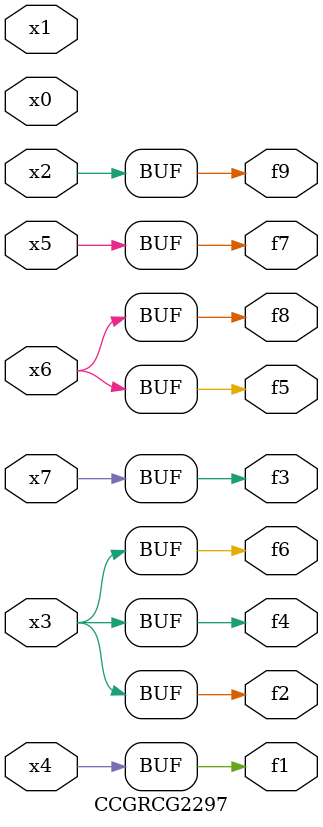
<source format=v>
module CCGRCG2297(
	input x0, x1, x2, x3, x4, x5, x6, x7,
	output f1, f2, f3, f4, f5, f6, f7, f8, f9
);
	assign f1 = x4;
	assign f2 = x3;
	assign f3 = x7;
	assign f4 = x3;
	assign f5 = x6;
	assign f6 = x3;
	assign f7 = x5;
	assign f8 = x6;
	assign f9 = x2;
endmodule

</source>
